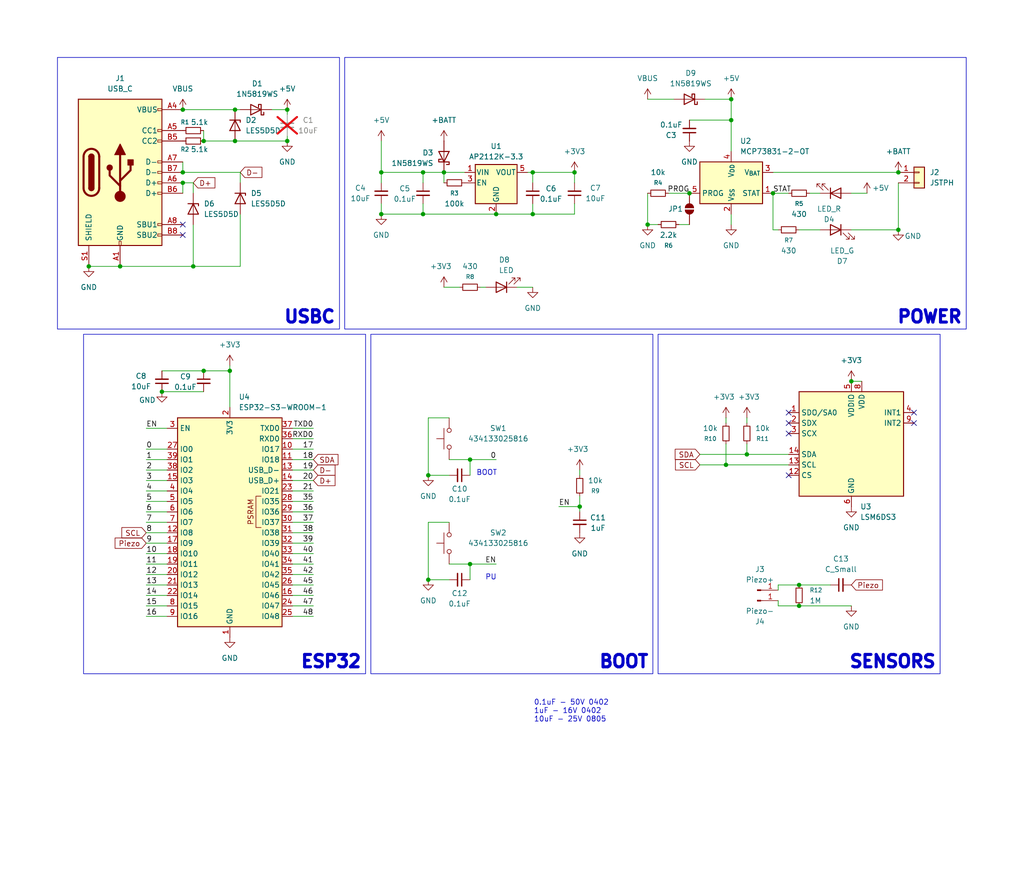
<source format=kicad_sch>
(kicad_sch (version 20250114) (generator "eeschema") (generator_version "9.0")
  (paper "User" 249 213)
  (title_block (title "JAB CHIP") (rev "1") (company "Aiden Cherniske"))
  (lib_symbols
    (symbol "Battery_Management:MCP73831-2-OT"
      (property "Reference" "U" (at -7.62 6.35 0))
      (property "Value" "MCP73831-2-OT" (at 1.27 6.35 0))
      (symbol "MCP73831-2-OT_0_1"
        (rectangle (start -7.62 5.08) (end 7.62 -5.08) (stroke (width 0.254)) (fill (type background)))
      )
      (symbol "MCP73831-2-OT_1_1"
        (pin input line (at -10.16 -2.54 0) (length 2.54) (name "PROG") (number "5"))
        (pin power_in line (at 0 7.62 270) (length 2.54) (name "V_{DD}") (number "4"))
        (pin power_in line (at 0 -7.62 90) (length 2.54) (name "V_{SS}") (number "2"))
        (pin power_out line (at 10.16 2.54 180) (length 2.54) (name "V_{BAT}") (number "3"))
        (pin tri_state line (at 10.16 -2.54 180) (length 2.54) (name "STAT") (number "1"))
      )
    )
    (symbol "Connector:Conn_01x01_Pin" (pin_names (offset 1.016) (hide yes))
      (property "Reference" "J" (at 0 2.54 0))
      (property "Value" "Conn_01x01_Pin" (at 0 -2.54 0))
      (symbol "Conn_01x01_Pin_1_1"
        (rectangle (start 0.8636 0.127) (end 0 -0.127) (stroke (width 0.1524)) (fill (type outline)))
        (polyline (pts (xy 1.27 0) (xy 0.8636 0)) (stroke (width 0.1524)))
        (pin passive line (at 5.08 0 180) (length 3.81) (name "Pin_1") (number "1"))
      )
    )
    (symbol "Connector:USB_C_Receptacle_USB2.0_16P" (pin_names (offset 1.016))
      (property "Reference" "J" (at 0 22.225 0))
      (property "Value" "USB_C_Receptacle_USB2.0_16P" (at 0 19.685 0))
      (symbol "USB_C_Receptacle_USB2.0_16P_0_0"
        (rectangle (start -0.254 -17.78) (end 0.254 -16.764))
        (rectangle (start 10.16 15.494) (end 9.144 14.986))
        (rectangle (start 10.16 10.414) (end 9.144 9.906))
        (rectangle (start 10.16 7.874) (end 9.144 7.366))
        (rectangle (start 10.16 2.794) (end 9.144 2.286))
        (rectangle (start 10.16 0.254) (end 9.144 -0.254))
        (rectangle (start 10.16 -2.286) (end 9.144 -2.794))
        (rectangle (start 10.16 -4.826) (end 9.144 -5.334))
        (rectangle (start 10.16 -12.446) (end 9.144 -12.954))
        (rectangle (start 10.16 -14.986) (end 9.144 -15.494))
      )
      (symbol "USB_C_Receptacle_USB2.0_16P_0_1"
        (rectangle (start -10.16 17.78) (end 10.16 -17.78) (stroke (width 0.254)) (fill (type background)))
        (polyline (pts (xy -8.89 -3.81) (xy -8.89 3.81)) (stroke (width 0.508)))
        (rectangle (start -7.62 -3.81) (end -6.35 3.81) (stroke (width 0.254)) (fill (type outline)))
        (arc (start -7.62 3.81) (mid -6.985 4.4423) (end -6.35 3.81) (stroke (width 0.254)))
        (arc (start -7.62 3.81) (mid -6.985 4.4423) (end -6.35 3.81) (stroke (width 0.254)) (fill (type outline)))
        (arc (start -8.89 3.81) (mid -6.985 5.7067) (end -5.08 3.81) (stroke (width 0.508)))
        (arc (start -5.08 -3.81) (mid -6.985 -5.7067) (end -8.89 -3.81) (stroke (width 0.508)))
        (arc (start -6.35 -3.81) (mid -6.985 -4.4423) (end -7.62 -3.81) (stroke (width 0.254)))
        (arc (start -6.35 -3.81) (mid -6.985 -4.4423) (end -7.62 -3.81) (stroke (width 0.254)) (fill (type outline)))
        (polyline (pts (xy -5.08 3.81) (xy -5.08 -3.81)) (stroke (width 0.508)))
        (circle (center -2.54 1.143) (radius 0.635) (stroke (width 0.254)) (fill (type outline)))
        (polyline (pts (xy -1.27 4.318) (xy 0 6.858) (xy 1.27 4.318) (xy -1.27 4.318)) (stroke (width 0.254)) (fill (type outline)))
        (polyline (pts (xy 0 -2.032) (xy 2.54 0.508) (xy 2.54 1.778)) (stroke (width 0.508)))
        (polyline (pts (xy 0 -3.302) (xy -2.54 -0.762) (xy -2.54 0.508)) (stroke (width 0.508)))
        (polyline (pts (xy 0 -5.842) (xy 0 4.318)) (stroke (width 0.508)))
        (circle (center 0 -5.842) (radius 1.27) (fill (type outline)))
        (rectangle (start 1.905 1.778) (end 3.175 3.048) (stroke (width 0.254)) (fill (type outline)))
      )
      (symbol "USB_C_Receptacle_USB2.0_16P_1_1"
        (pin passive line (at -7.62 -22.86 90) (length 5.08) (name "SHIELD") (number "S1"))
        (pin passive line (at 0 -22.86 90) (length 5.08) (name "GND") (number "A1"))
        (pin passive line (at 0 -22.86 90) (length 5.08) (hide yes) (name "GND") (number "A12"))
        (pin passive line (at 0 -22.86 90) (length 5.08) (hide yes) (name "GND") (number "B1"))
        (pin passive line (at 0 -22.86 90) (length 5.08) (hide yes) (name "GND") (number "B12"))
        (pin passive line (at 15.24 15.24 180) (length 5.08) (name "VBUS") (number "A4"))
        (pin passive line (at 15.24 15.24 180) (length 5.08) (hide yes) (name "VBUS") (number "A9"))
        (pin passive line (at 15.24 15.24 180) (length 5.08) (hide yes) (name "VBUS") (number "B4"))
        (pin passive line (at 15.24 15.24 180) (length 5.08) (hide yes) (name "VBUS") (number "B9"))
        (pin bidirectional line (at 15.24 10.16 180) (length 5.08) (name "CC1") (number "A5"))
        (pin bidirectional line (at 15.24 7.62 180) (length 5.08) (name "CC2") (number "B5"))
        (pin bidirectional line (at 15.24 2.54 180) (length 5.08) (name "D-") (number "A7"))
        (pin bidirectional line (at 15.24 0 180) (length 5.08) (name "D-") (number "B7"))
        (pin bidirectional line (at 15.24 -2.54 180) (length 5.08) (name "D+") (number "A6"))
        (pin bidirectional line (at 15.24 -5.08 180) (length 5.08) (name "D+") (number "B6"))
        (pin bidirectional line (at 15.24 -12.7 180) (length 5.08) (name "SBU1") (number "A8"))
        (pin bidirectional line (at 15.24 -15.24 180) (length 5.08) (name "SBU2") (number "B8"))
      )
    )
    (symbol "Connector_Generic:Conn_01x02" (pin_names (offset 1.016) (hide yes))
      (property "Reference" "J" (at 0 2.54 0))
      (property "Value" "Conn_01x02" (at 0 -5.08 0))
      (symbol "Conn_01x02_1_1"
        (rectangle (start -1.27 1.27) (end 1.27 -3.81) (stroke (width 0.254)) (fill (type background)))
        (rectangle (start -1.27 0.127) (end 0 -0.127) (stroke (width 0.1524)))
        (rectangle (start -1.27 -2.413) (end 0 -2.667) (stroke (width 0.1524)))
        (pin passive line (at -5.08 0 0) (length 3.81) (name "Pin_1") (number "1"))
        (pin passive line (at -5.08 -2.54 0) (length 3.81) (name "Pin_2") (number "2"))
      )
    )
    (symbol "Device:C_Small" (pin_numbers (hide yes)) (pin_names (offset 0.254) (hide yes))
      (property "Reference" "C" (at 0.254 1.778 0))
      (property "Value" "C_Small" (at 0.254 -2.032 0))
      (symbol "C_Small_0_1"
        (polyline (pts (xy -1.524 0.508) (xy 1.524 0.508)) (stroke (width 0.3048)))
        (polyline (pts (xy -1.524 -0.508) (xy 1.524 -0.508)) (stroke (width 0.3302)))
      )
      (symbol "C_Small_1_1"
        (pin passive line (at 0 2.54 270) (length 2.032) (name "~") (number "1"))
        (pin passive line (at 0 -2.54 90) (length 2.032) (name "~") (number "2"))
      )
    )
    (symbol "Device:LED" (pin_numbers (hide yes)) (pin_names (offset 1.016) (hide yes))
      (property "Reference" "D" (at 0 2.54 0))
      (property "Value" "LED" (at 0 -2.54 0))
      (symbol "LED_0_1"
        (polyline (pts (xy -3.048 -0.762) (xy -4.572 -2.286) (xy -3.81 -2.286) (xy -4.572 -2.286) (xy -4.572 -1.524)))
        (polyline (pts (xy -1.778 -0.762) (xy -3.302 -2.286) (xy -2.54 -2.286) (xy -3.302 -2.286) (xy -3.302 -1.524)))
        (polyline (pts (xy -1.27 0) (xy 1.27 0)))
        (polyline (pts (xy -1.27 -1.27) (xy -1.27 1.27)) (stroke (width 0.254)))
        (polyline (pts (xy 1.27 -1.27) (xy 1.27 1.27) (xy -1.27 0) (xy 1.27 -1.27)) (stroke (width 0.254)))
      )
      (symbol "LED_1_1"
        (pin passive line (at -3.81 0 0) (length 2.54) (name "K") (number "1"))
        (pin passive line (at 3.81 0 180) (length 2.54) (name "A") (number "2"))
      )
    )
    (symbol "Device:R_Small" (pin_numbers (hide yes)) (pin_names (offset 0.254) (hide yes))
      (property "Reference" "R" (at 0 0 90))
      (property "Value" "R_Small" (at 1.778 0 90))
      (symbol "R_Small_0_1"
        (rectangle (start -0.762 1.778) (end 0.762 -1.778) (stroke (width 0.2032)))
      )
      (symbol "R_Small_1_1"
        (pin passive line (at 0 2.54 270) (length 0.762) (name "~") (number "1"))
        (pin passive line (at 0 -2.54 90) (length 0.762) (name "~") (number "2"))
      )
    )
    (symbol "Diode:1N5819WS" (pin_numbers (hide yes)) (pin_names (offset 1.016) (hide yes))
      (property "Reference" "D" (at 0 2.54 0))
      (property "Value" "1N5819WS" (at 0 -2.54 0))
      (symbol "1N5819WS_0_1"
        (polyline (pts (xy -1.905 0.635) (xy -1.905 1.27) (xy -1.27 1.27) (xy -1.27 -1.27) (xy -0.635 -1.27) (xy -0.635 -0.635)) (stroke (width 0.254)))
        (polyline (pts (xy 1.27 1.27) (xy 1.27 -1.27) (xy -1.27 0) (xy 1.27 1.27)) (stroke (width 0.254)))
        (polyline (pts (xy 1.27 0) (xy -1.27 0)))
      )
      (symbol "1N5819WS_1_1"
        (pin passive line (at -3.81 0 0) (length 2.54) (name "K") (number "1"))
        (pin passive line (at 3.81 0 180) (length 2.54) (name "A") (number "2"))
      )
    )
    (symbol "Diode:ESD5Zxx" (pin_numbers (hide yes)) (pin_names (hide yes))
      (property "Reference" "D" (at 0 2.54 0))
      (property "Value" "ESD5Zxx" (at 0 -2.54 0))
      (symbol "ESD5Zxx_0_1"
        (polyline (pts (xy -1.27 -1.27) (xy -1.27 1.27) (xy -0.762 1.27)) (stroke (width 0.254)))
        (polyline (pts (xy 1.27 0) (xy -1.27 0)))
        (polyline (pts (xy 1.27 -1.27) (xy 1.27 1.27) (xy -1.27 0) (xy 1.27 -1.27)) (stroke (width 0.254)))
      )
      (symbol "ESD5Zxx_1_1"
        (pin passive line (at -3.81 0 0) (length 2.54) (name "K") (number "1"))
        (pin passive line (at 3.81 0 180) (length 2.54) (name "A") (number "2"))
      )
    )
    (symbol "Jumper:SolderJumper_2_Open" (pin_numbers (hide yes)) (pin_names (offset 0) (hide yes)) (in_bom no)
      (property "Reference" "JP" (at 0 2.032 0))
      (property "Value" "SolderJumper_2_Open" (at 0 -2.54 0))
      (symbol "SolderJumper_2_Open_0_1"
        (polyline (pts (xy -0.254 1.016) (xy -0.254 -1.016)))
        (arc (start -0.254 -1.016) (mid -1.2656 0) (end -0.254 1.016))
        (arc (start -0.254 -1.016) (mid -1.2656 0) (end -0.254 1.016) (fill (type outline)))
        (arc (start 0.254 1.016) (mid 1.2656 0) (end 0.254 -1.016))
        (arc (start 0.254 1.016) (mid 1.2656 0) (end 0.254 -1.016) (fill (type outline)))
        (polyline (pts (xy 0.254 1.016) (xy 0.254 -1.016)))
      )
      (symbol "SolderJumper_2_Open_1_1"
        (pin passive line (at -3.81 0 0) (length 2.54) (name "A") (number "1"))
        (pin passive line (at 3.81 0 180) (length 2.54) (name "B") (number "2"))
      )
    )
    (symbol "RF_Module:ESP32-S3-WROOM-1"
      (property "Reference" "U" (at -12.7 26.67 0))
      (property "Value" "ESP32-S3-WROOM-1" (at 12.7 26.67 0))
      (symbol "ESP32-S3-WROOM-1_0_0"
        (rectangle (start -12.7 25.4) (end 12.7 -25.4) (stroke (width 0.254)) (fill (type background)))
        (text "PSRAM" (at 5.08 2.54 900) (effects (font (size 1.27 1.27))))
      )
      (symbol "ESP32-S3-WROOM-1_0_1"
        (polyline (pts (xy 7.62 -1.27) (xy 6.35 -1.27) (xy 6.35 6.35) (xy 7.62 6.35)))
      )
      (symbol "ESP32-S3-WROOM-1_1_1"
        (pin input line (at -15.24 22.86 0) (length 2.54) (name "EN") (number "3"))
        (pin bidirectional line (at -15.24 17.78 0) (length 2.54) (name "IO0") (number "27"))
        (pin bidirectional line (at -15.24 15.24 0) (length 2.54) (name "IO1") (number "39"))
        (pin bidirectional line (at -15.24 12.7 0) (length 2.54) (name "IO2") (number "38"))
        (pin bidirectional line (at -15.24 10.16 0) (length 2.54) (name "IO3") (number "15"))
        (pin bidirectional line (at -15.24 7.62 0) (length 2.54) (name "IO4") (number "4"))
        (pin bidirectional line (at -15.24 5.08 0) (length 2.54) (name "IO5") (number "5"))
        (pin bidirectional line (at -15.24 2.54 0) (length 2.54) (name "IO6") (number "6"))
        (pin bidirectional line (at -15.24 0 0) (length 2.54) (name "IO7") (number "7"))
        (pin bidirectional line (at -15.24 -2.54 0) (length 2.54) (name "IO8") (number "12"))
        (pin bidirectional line (at -15.24 -5.08 0) (length 2.54) (name "IO9") (number "17"))
        (pin bidirectional line (at -15.24 -7.62 0) (length 2.54) (name "IO10") (number "18"))
        (pin bidirectional line (at -15.24 -10.16 0) (length 2.54) (name "IO11") (number "19"))
        (pin bidirectional line (at -15.24 -12.7 0) (length 2.54) (name "IO12") (number "20"))
        (pin bidirectional line (at -15.24 -15.24 0) (length 2.54) (name "IO13") (number "21"))
        (pin bidirectional line (at -15.24 -17.78 0) (length 2.54) (name "IO14") (number "22"))
        (pin bidirectional line (at -15.24 -20.32 0) (length 2.54) (name "IO15") (number "8"))
        (pin bidirectional line (at -15.24 -22.86 0) (length 2.54) (name "IO16") (number "9"))
        (pin power_in line (at 0 27.94 270) (length 2.54) (name "3V3") (number "2"))
        (pin power_in line (at 0 -27.94 90) (length 2.54) (name "GND") (number "1"))
        (pin passive line (at 0 -27.94 90) (length 2.54) (hide yes) (name "GND") (number "40"))
        (pin passive line (at 0 -27.94 90) (length 2.54) (hide yes) (name "GND") (number "41"))
        (pin bidirectional line (at 15.24 22.86 180) (length 2.54) (name "TXD0") (number "37"))
        (pin bidirectional line (at 15.24 20.32 180) (length 2.54) (name "RXD0") (number "36"))
        (pin bidirectional line (at 15.24 17.78 180) (length 2.54) (name "IO17") (number "10"))
        (pin bidirectional line (at 15.24 15.24 180) (length 2.54) (name "IO18") (number "11"))
        (pin bidirectional line (at 15.24 12.7 180) (length 2.54) (name "USB_D-") (number "13"))
        (pin bidirectional line (at 15.24 10.16 180) (length 2.54) (name "USB_D+") (number "14"))
        (pin bidirectional line (at 15.24 7.62 180) (length 2.54) (name "IO21") (number "23"))
        (pin bidirectional line (at 15.24 5.08 180) (length 2.54) (name "IO35") (number "28"))
        (pin bidirectional line (at 15.24 2.54 180) (length 2.54) (name "IO36") (number "29"))
        (pin bidirectional line (at 15.24 0 180) (length 2.54) (name "IO37") (number "30"))
        (pin bidirectional line (at 15.24 -2.54 180) (length 2.54) (name "IO38") (number "31"))
        (pin bidirectional line (at 15.24 -5.08 180) (length 2.54) (name "IO39") (number "32"))
        (pin bidirectional line (at 15.24 -7.62 180) (length 2.54) (name "IO40") (number "33"))
        (pin bidirectional line (at 15.24 -10.16 180) (length 2.54) (name "IO41") (number "34"))
        (pin bidirectional line (at 15.24 -12.7 180) (length 2.54) (name "IO42") (number "35"))
        (pin bidirectional line (at 15.24 -15.24 180) (length 2.54) (name "IO45") (number "26"))
        (pin bidirectional line (at 15.24 -17.78 180) (length 2.54) (name "IO46") (number "16"))
        (pin bidirectional line (at 15.24 -20.32 180) (length 2.54) (name "IO47") (number "24"))
        (pin bidirectional line (at 15.24 -22.86 180) (length 2.54) (name "IO48") (number "25"))
      )
    )
    (symbol "Regulator_Linear:AP2112K-3.3" (pin_names (offset 0.254))
      (property "Reference" "U" (at -5.08 5.715 0))
      (property "Value" "AP2112K-3.3" (at 0 5.715 0))
      (symbol "AP2112K-3.3_0_1"
        (rectangle (start -5.08 4.445) (end 5.08 -5.08) (stroke (width 0.254)) (fill (type background)))
      )
      (symbol "AP2112K-3.3_1_1"
        (pin power_in line (at -7.62 2.54 0) (length 2.54) (name "VIN") (number "1"))
        (pin input line (at -7.62 0 0) (length 2.54) (name "EN") (number "3"))
        (pin power_in line (at 0 -7.62 90) (length 2.54) (name "GND") (number "2"))
        (pin no_connect line (at 5.08 0 180) (length 2.54) (hide yes) (name "NC") (number "4"))
        (pin power_out line (at 7.62 2.54 180) (length 2.54) (name "VOUT") (number "5"))
      )
    )
    (symbol "Sensor_Motion:LSM6DS3"
      (property "Reference" "U" (at -11.43 15.24 0))
      (property "Value" "LSM6DS3" (at -11.43 12.7 0))
      (symbol "LSM6DS3_0_1"
        (rectangle (start -12.7 12.7) (end 12.7 -12.7) (stroke (width 0.254)) (fill (type background)))
      )
      (symbol "LSM6DS3_1_1"
        (pin bidirectional line (at -15.24 7.62 0) (length 2.54) (name "SDO/SA0") (number "1"))
        (pin bidirectional line (at -15.24 5.08 0) (length 2.54) (name "SDX") (number "2"))
        (pin input line (at -15.24 2.54 0) (length 2.54) (name "SCX") (number "3"))
        (pin bidirectional line (at -15.24 -2.54 0) (length 2.54) (name "SDA") (number "14"))
        (pin input line (at -15.24 -5.08 0) (length 2.54) (name "SCL") (number "13"))
        (pin input line (at -15.24 -7.62 0) (length 2.54) (name "CS") (number "12"))
        (pin power_in line (at 0 15.24 270) (length 2.54) (name "VDDIO") (number "5"))
        (pin power_in line (at 0 -15.24 90) (length 2.54) (name "GND") (number "6"))
        (pin passive line (at 0 -15.24 90) (length 2.54) (hide yes) (name "GND") (number "7"))
        (pin power_in line (at 2.54 15.24 270) (length 2.54) (name "VDD") (number "8"))
        (pin no_connect line (at 12.7 -2.54 180) (length 3.81) (hide yes) (name "NC") (number "11"))
        (pin no_connect line (at 12.7 -5.08 180) (length 3.81) (hide yes) (name "NC") (number "10"))
        (pin output line (at 15.24 7.62 180) (length 2.54) (name "INT1") (number "4"))
        (pin output line (at 15.24 5.08 180) (length 2.54) (name "INT2") (number "9"))
      )
    )
    (symbol "Switch:SW_Push" (pin_numbers (hide yes)) (pin_names (offset 1.016) (hide yes))
      (property "Reference" "SW" (at 1.27 2.54 0))
      (property "Value" "SW_Push" (at 0 -1.524 0))
      (symbol "SW_Push_0_1"
        (circle (center -2.032 0) (radius 0.508))
        (polyline (pts (xy 0 1.27) (xy 0 3.048)))
        (circle (center 2.032 0) (radius 0.508))
        (polyline (pts (xy 2.54 1.27) (xy -2.54 1.27)))
        (pin passive line (at -5.08 0 0) (length 2.54) (name "1") (number "1"))
        (pin passive line (at 5.08 0 180) (length 2.54) (name "2") (number "2"))
      )
    )
    (symbol "power:+3V3" (power) (pin_numbers (hide yes)) (pin_names (offset 0) (hide yes))
      (property "Value" "+3V3" (at 0 3.556 0))
      (symbol "+3V3_0_1"
        (polyline (pts (xy -0.762 1.27) (xy 0 2.54)))
        (polyline (pts (xy 0 2.54) (xy 0.762 1.27)))
        (polyline (pts (xy 0 0) (xy 0 2.54)))
      )
      (symbol "+3V3_1_1"
        (pin power_in line (at 0 0 90) (length 0) (name "~") (number "1"))
      )
    )
    (symbol "power:+5V" (power) (pin_numbers (hide yes)) (pin_names (offset 0) (hide yes))
      (property "Value" "+5V" (at 0 3.556 0))
      (symbol "+5V_0_1"
        (polyline (pts (xy -0.762 1.27) (xy 0 2.54)))
        (polyline (pts (xy 0 2.54) (xy 0.762 1.27)))
        (polyline (pts (xy 0 0) (xy 0 2.54)))
      )
      (symbol "+5V_1_1"
        (pin power_in line (at 0 0 90) (length 0) (name "~") (number "1"))
      )
    )
    (symbol "power:+BATT" (power) (pin_numbers (hide yes)) (pin_names (offset 0) (hide yes))
      (property "Value" "+BATT" (at 0 3.556 0))
      (symbol "+BATT_0_1"
        (polyline (pts (xy -0.762 1.27) (xy 0 2.54)))
        (polyline (pts (xy 0 2.54) (xy 0.762 1.27)))
        (polyline (pts (xy 0 0) (xy 0 2.54)))
      )
      (symbol "+BATT_1_1"
        (pin power_in line (at 0 0 90) (length 0) (name "~") (number "1"))
      )
    )
    (symbol "power:GND" (power) (pin_numbers (hide yes)) (pin_names (offset 0) (hide yes))
      (property "Value" "GND" (at 0 -3.81 0))
      (symbol "GND_0_1"
        (polyline (pts (xy 0 0) (xy 0 -1.27) (xy 1.27 -1.27) (xy 0 -2.54) (xy -1.27 -1.27) (xy 0 -1.27)))
      )
      (symbol "GND_1_1"
        (pin power_in line (at 0 0 270) (length 0) (name "~") (number "1"))
      )
    )
    (symbol "power:VBUS" (power) (pin_numbers (hide yes)) (pin_names (offset 0) (hide yes))
      (property "Value" "VBUS" (at 0 3.556 0))
      (symbol "VBUS_0_1"
        (polyline (pts (xy -0.762 1.27) (xy 0 2.54)))
        (polyline (pts (xy 0 2.54) (xy 0.762 1.27)))
        (polyline (pts (xy 0 0) (xy 0 2.54)))
      )
      (symbol "VBUS_1_1"
        (pin power_in line (at 0 0 90) (length 0) (name "~") (number "1"))
      )
    )
  )
  (rectangle (start 83.82 13.97) (end 234.95 80.01))
  (rectangle (start 90.17 81.28) (end 158.75 163.83))
  (rectangle (start 160.02 81.28) (end 228.6 163.83))
  (rectangle (start 20.32 81.28) (end 88.9 163.83))
  (rectangle (start 13.97 13.97) (end 82.55 80.01))
  (text "USBC" (at 81.788 77.216 0) (effects (font (size 3 3) (thickness 1) (bold yes)) (justify right)))
  (text "POWER" (at 234.188 77.216 0) (effects (font (size 3 3) (thickness 1) (bold yes)) (justify right)))
  (text "0.1uF - 50V 0402\n1uF - 16V 0402\n10uF - 25V 0805" (at 129.794 172.974 0) (effects (font (size 1.27 1.27)) (justify left)))
  (text "ESP32" (at 88.138 161.036 0) (effects (font (size 3 3) (thickness 1) (bold yes)) (justify right)))
  (text "BOOT" (at 157.988 161.036 0) (effects (font (size 3 3) (thickness 1) (bold yes)) (justify right)))
  (text "BOOT" (at 118.364 115.062 0) (effects (font (size 1.27 1.27))))
  (text "PU" (at 119.38 140.462 0) (effects (font (size 1.27 1.27))))
  (text "SENSORS\n" (at 227.838 161.036 0) (effects (font (size 3 3) (thickness 1) (bold yes)) (justify right)))
  (junction (at 139.7 41.91))
  (junction (at 44.45 41.91))
  (junction (at 140.97 123.19))
  (junction (at 181.61 110.49))
  (junction (at 92.71 41.91))
  (junction (at 187.96 46.99))
  (junction (at 120.65 52.07))
  (junction (at 21.59 64.77))
  (junction (at 129.54 52.07))
  (junction (at 207.01 92.71))
  (junction (at 69.85 34.29))
  (junction (at 69.85 26.67))
  (junction (at 44.45 26.67))
  (junction (at 107.95 41.91))
  (junction (at 114.3 137.16))
  (junction (at 57.15 34.29))
  (junction (at 104.14 140.97))
  (junction (at 29.21 64.77))
  (junction (at 55.88 90.17))
  (junction (at 39.37 95.25))
  (junction (at 92.71 52.07))
  (junction (at 194.31 147.32))
  (junction (at 49.53 34.29))
  (junction (at 218.44 41.91))
  (junction (at 129.54 41.91))
  (junction (at 46.99 64.77))
  (junction (at 167.64 46.99))
  (junction (at 177.8 24.13))
  (junction (at 102.87 52.07))
  (junction (at 102.87 41.91))
  (junction (at 49.53 90.17))
  (junction (at 177.8 29.21))
  (junction (at 218.44 55.88))
  (junction (at 57.15 26.67))
  (junction (at 176.53 113.03))
  (junction (at 157.48 54.61))
  (junction (at 194.31 142.24))
  (junction (at 44.45 44.45))
  (junction (at 104.14 115.57))
  (junction (at 114.3 111.76))
  (no_connect (at 191.77 100.33))
  (no_connect (at 44.45 57.15))
  (no_connect (at 222.25 102.87))
  (no_connect (at 191.77 115.57))
  (no_connect (at 191.77 102.87))
  (no_connect (at 44.45 54.61))
  (no_connect (at 191.77 105.41))
  (no_connect (at 222.25 100.33))
  (wire (pts (xy 140.97 120.65) (xy 140.97 123.19)))
  (wire (pts (xy 104.14 140.97) (xy 109.22 140.97)))
  (wire (pts (xy 187.96 55.88) (xy 189.23 55.88)))
  (wire (pts (xy 129.54 69.85) (xy 125.73 69.85)))
  (wire (pts (xy 49.53 90.17) (xy 55.88 90.17)))
  (wire (pts (xy 92.71 52.07) (xy 102.87 52.07)))
  (wire (pts (xy 102.87 41.91) (xy 102.87 44.45)))
  (wire (pts (xy 76.2 116.84) (xy 71.12 116.84)))
  (wire (pts (xy 129.54 49.53) (xy 129.54 52.07)))
  (wire (pts (xy 129.54 41.91) (xy 128.27 41.91)))
  (wire (pts (xy 66.04 26.67) (xy 69.85 26.67)))
  (wire (pts (xy 76.2 111.76) (xy 71.12 111.76)))
  (wire (pts (xy 116.84 69.85) (xy 118.11 69.85)))
  (wire (pts (xy 49.53 34.29) (xy 57.15 34.29)))
  (wire (pts (xy 157.48 54.61) (xy 160.02 54.61)))
  (wire (pts (xy 187.96 46.99) (xy 191.77 46.99)))
  (wire (pts (xy 92.71 41.91) (xy 92.71 44.45)))
  (wire (pts (xy 76.2 142.24) (xy 71.12 142.24)))
  (wire (pts (xy 35.56 104.14) (xy 40.64 104.14)))
  (wire (pts (xy 76.2 149.86) (xy 71.12 149.86)))
  (wire (pts (xy 35.56 139.7) (xy 40.64 139.7)))
  (wire (pts (xy 187.96 41.91) (xy 218.44 41.91)))
  (wire (pts (xy 102.87 41.91) (xy 107.95 41.91)))
  (wire (pts (xy 35.56 149.86) (xy 40.64 149.86)))
  (wire (pts (xy 35.56 134.62) (xy 40.64 134.62)))
  (wire (pts (xy 76.2 109.22) (xy 71.12 109.22)))
  (wire (pts (xy 92.71 49.53) (xy 92.71 52.07)))
  (wire (pts (xy 171.45 24.13) (xy 177.8 24.13)))
  (wire (pts (xy 55.88 90.17) (xy 55.88 99.06)))
  (wire (pts (xy 139.7 41.91) (xy 139.7 44.45)))
  (wire (pts (xy 44.45 39.37) (xy 44.45 41.91)))
  (wire (pts (xy 176.53 101.6) (xy 176.53 102.87)))
  (wire (pts (xy 181.61 101.6) (xy 181.61 102.87)))
  (wire (pts (xy 76.2 104.14) (xy 71.12 104.14)))
  (wire (pts (xy 76.2 124.46) (xy 71.12 124.46)))
  (wire (pts (xy 210.82 46.99) (xy 207.01 46.99)))
  (wire (pts (xy 55.88 88.9) (xy 55.88 90.17)))
  (wire (pts (xy 162.56 46.99) (xy 167.64 46.99)))
  (wire (pts (xy 129.54 41.91) (xy 129.54 44.45)))
  (wire (pts (xy 165.1 54.61) (xy 167.64 54.61)))
  (wire (pts (xy 189.23 142.24) (xy 189.23 143.51)))
  (wire (pts (xy 39.37 90.17) (xy 49.53 90.17)))
  (wire (pts (xy 109.22 127) (xy 104.14 127)))
  (wire (pts (xy 76.2 137.16) (xy 71.12 137.16)))
  (wire (pts (xy 177.8 29.21) (xy 177.8 36.83)))
  (wire (pts (xy 139.7 49.53) (xy 139.7 52.07)))
  (wire (pts (xy 189.23 142.24) (xy 194.31 142.24)))
  (wire (pts (xy 35.56 114.3) (xy 40.64 114.3)))
  (wire (pts (xy 46.99 64.77) (xy 46.99 54.61)))
  (wire (pts (xy 69.85 27.94) (xy 69.85 26.67)))
  (wire (pts (xy 170.18 110.49) (xy 181.61 110.49)))
  (wire (pts (xy 114.3 137.16) (xy 114.3 140.97)))
  (wire (pts (xy 189.23 147.32) (xy 189.23 146.05)))
  (wire (pts (xy 29.21 64.77) (xy 46.99 64.77)))
  (wire (pts (xy 44.45 26.67) (xy 57.15 26.67)))
  (wire (pts (xy 46.99 44.45) (xy 46.99 46.99)))
  (wire (pts (xy 170.18 113.03) (xy 176.53 113.03)))
  (wire (pts (xy 35.56 109.22) (xy 40.64 109.22)))
  (wire (pts (xy 35.56 137.16) (xy 40.64 137.16)))
  (wire (pts (xy 58.42 52.07) (xy 58.42 64.77)))
  (wire (pts (xy 189.23 147.32) (xy 194.31 147.32)))
  (wire (pts (xy 176.53 107.95) (xy 176.53 113.03)))
  (wire (pts (xy 207.01 147.32) (xy 194.31 147.32)))
  (wire (pts (xy 35.56 144.78) (xy 40.64 144.78)))
  (wire (pts (xy 76.2 114.3) (xy 71.12 114.3)))
  (wire (pts (xy 102.87 49.53) (xy 102.87 52.07)))
  (wire (pts (xy 129.54 41.91) (xy 139.7 41.91)))
  (wire (pts (xy 218.44 55.88) (xy 218.44 44.45)))
  (wire (pts (xy 102.87 52.07) (xy 120.65 52.07)))
  (wire (pts (xy 140.97 114.3) (xy 140.97 115.57)))
  (wire (pts (xy 35.56 129.54) (xy 40.64 129.54)))
  (wire (pts (xy 194.31 55.88) (xy 199.39 55.88)))
  (wire (pts (xy 181.61 110.49) (xy 191.77 110.49)))
  (wire (pts (xy 207.01 92.71) (xy 209.55 92.71)))
  (wire (pts (xy 76.2 132.08) (xy 71.12 132.08)))
  (wire (pts (xy 140.97 123.19) (xy 135.89 123.19)))
  (wire (pts (xy 107.95 41.91) (xy 107.95 44.45)))
  (wire (pts (xy 44.45 41.91) (xy 58.42 41.91)))
  (wire (pts (xy 177.8 54.61) (xy 177.8 52.07)))
  (wire (pts (xy 176.53 113.03) (xy 191.77 113.03)))
  (wire (pts (xy 57.15 26.67) (xy 58.42 26.67)))
  (wire (pts (xy 109.22 137.16) (xy 114.3 137.16)))
  (wire (pts (xy 157.48 24.13) (xy 163.83 24.13)))
  (wire (pts (xy 107.95 69.85) (xy 111.76 69.85)))
  (wire (pts (xy 35.56 124.46) (xy 40.64 124.46)))
  (wire (pts (xy 114.3 111.76) (xy 114.3 115.57)))
  (wire (pts (xy 76.2 127) (xy 71.12 127)))
  (wire (pts (xy 129.54 52.07) (xy 139.7 52.07)))
  (wire (pts (xy 35.56 111.76) (xy 40.64 111.76)))
  (wire (pts (xy 76.2 129.54) (xy 71.12 129.54)))
  (wire (pts (xy 109.22 101.6) (xy 104.14 101.6)))
  (wire (pts (xy 140.97 124.46) (xy 140.97 123.19)))
  (wire (pts (xy 104.14 101.6) (xy 104.14 115.57)))
  (wire (pts (xy 44.45 44.45) (xy 46.99 44.45)))
  (wire (pts (xy 44.45 44.45) (xy 44.45 46.99)))
  (wire (pts (xy 76.2 144.78) (xy 71.12 144.78)))
  (wire (pts (xy 157.48 46.99) (xy 157.48 54.61)))
  (wire (pts (xy 177.8 24.13) (xy 177.8 29.21)))
  (wire (pts (xy 69.85 33.02) (xy 69.85 34.29)))
  (wire (pts (xy 35.56 132.08) (xy 40.64 132.08)))
  (wire (pts (xy 35.56 116.84) (xy 40.64 116.84)))
  (wire (pts (xy 201.93 142.24) (xy 194.31 142.24)))
  (wire (pts (xy 104.14 115.57) (xy 109.22 115.57)))
  (wire (pts (xy 187.96 46.99) (xy 187.96 55.88)))
  (wire (pts (xy 76.2 134.62) (xy 71.12 134.62)))
  (wire (pts (xy 76.2 139.7) (xy 71.12 139.7)))
  (wire (pts (xy 207.01 55.88) (xy 218.44 55.88)))
  (wire (pts (xy 196.85 46.99) (xy 199.39 46.99)))
  (wire (pts (xy 167.64 29.21) (xy 177.8 29.21)))
  (wire (pts (xy 92.71 41.91) (xy 102.87 41.91)))
  (wire (pts (xy 21.59 64.77) (xy 29.21 64.77)))
  (wire (pts (xy 76.2 147.32) (xy 71.12 147.32)))
  (wire (pts (xy 35.56 119.38) (xy 40.64 119.38)))
  (wire (pts (xy 35.56 127) (xy 40.64 127)))
  (wire (pts (xy 120.65 52.07) (xy 129.54 52.07)))
  (wire (pts (xy 92.71 34.29) (xy 92.71 41.91)))
  (wire (pts (xy 49.53 31.75) (xy 49.53 34.29)))
  (wire (pts (xy 46.99 64.77) (xy 58.42 64.77)))
  (wire (pts (xy 76.2 121.92) (xy 71.12 121.92)))
  (wire (pts (xy 39.37 95.25) (xy 49.53 95.25)))
  (wire (pts (xy 76.2 106.68) (xy 71.12 106.68)))
  (wire (pts (xy 107.95 41.91) (xy 113.03 41.91)))
  (wire (pts (xy 181.61 107.95) (xy 181.61 110.49)))
  (wire (pts (xy 35.56 142.24) (xy 40.64 142.24)))
  (wire (pts (xy 114.3 137.16) (xy 120.65 137.16)))
  (wire (pts (xy 58.42 41.91) (xy 58.42 44.45)))
  (wire (pts (xy 35.56 147.32) (xy 40.64 147.32)))
  (wire (pts (xy 114.3 111.76) (xy 120.65 111.76)))
  (wire (pts (xy 76.2 119.38) (xy 71.12 119.38)))
  (wire (pts (xy 104.14 127) (xy 104.14 140.97)))
  (wire (pts (xy 109.22 111.76) (xy 114.3 111.76)))
  (wire (pts (xy 35.56 121.92) (xy 40.64 121.92)))
  (wire (pts (xy 57.15 34.29) (xy 69.85 34.29)))
  (label "20" (at 76.2 116.84 180))
  (label "9" (at 35.56 132.08 0))
  (label "17" (at 76.2 109.22 180))
  (label "4" (at 35.56 119.38 0))
  (label "41" (at 76.2 137.16 180))
  (label "6" (at 35.56 124.46 0))
  (label "EN" (at 35.56 104.14 0))
  (label "1" (at 35.56 111.76 0))
  (label "TXD0" (at 76.2 104.14 180))
  (label "2" (at 35.56 114.3 0))
  (label "48" (at 76.2 149.86 180))
  (label "12" (at 35.56 139.7 0))
  (label "39" (at 76.2 132.08 180))
  (label "8" (at 35.56 129.54 0))
  (label "45" (at 76.2 142.24 180))
  (label "42" (at 76.2 139.7 180))
  (label "36" (at 76.2 124.46 180))
  (label "46" (at 76.2 144.78 180))
  (label "47" (at 76.2 147.32 180))
  (label "0" (at 35.56 109.22 0))
  (label "15" (at 35.56 147.32 0))
  (label "0" (at 120.65 111.76 180))
  (label "RXD0" (at 76.2 106.68 180))
  (label "EN" (at 120.65 137.16 180))
  (label "13" (at 35.56 142.24 0))
  (label "37" (at 76.2 127 180))
  (label "STAT" (at 187.96 46.99 0))
  (label "3" (at 35.56 116.84 0))
  (label "EN" (at 135.89 123.19 0))
  (label "35" (at 76.2 121.92 180))
  (label "5" (at 35.56 121.92 0))
  (label "19" (at 76.2 114.3 180))
  (label "18" (at 76.2 111.76 180))
  (label "40" (at 76.2 134.62 180))
  (label "PROG" (at 167.64 46.99 180))
  (label "16" (at 35.56 149.86 0))
  (label "21" (at 76.2 119.38 180))
  (label "38" (at 76.2 129.54 180))
  (label "10" (at 35.56 134.62 0))
  (label "11" (at 35.56 137.16 0))
  (label "14" (at 35.56 144.78 0))
  (label "7" (at 35.56 127 0))
  (global_label "SDA" (shape input) (at 76.2 111.76 0) (property "Intersheetrefs" "${INTERSHEET_REFS}" (effects (hide yes))))
  (global_label "Piezo" (shape input) (at 35.56 132.08 180) (property "Intersheetrefs" "${INTERSHEET_REFS}" (effects (hide yes))))
  (global_label "SDA" (shape input) (at 170.18 110.49 180) (property "Intersheetrefs" "${INTERSHEET_REFS}" (effects (hide yes))))
  (global_label "D-" (shape input) (at 76.2 114.3 0) (property "Intersheetrefs" "${INTERSHEET_REFS}" (effects (hide yes))))
  (global_label "D-" (shape input) (at 58.42 41.91 0) (property "Intersheetrefs" "${INTERSHEET_REFS}" (effects (hide yes))))
  (global_label "D+" (shape input) (at 76.2 116.84 0) (property "Intersheetrefs" "${INTERSHEET_REFS}" (effects (hide yes))))
  (global_label "D+" (shape input) (at 46.99 44.45 0) (property "Intersheetrefs" "${INTERSHEET_REFS}" (effects (hide yes))))
  (global_label "Piezo" (shape input) (at 207.01 142.24 0) (property "Intersheetrefs" "${INTERSHEET_REFS}" (effects (hide yes))))
  (global_label "SCL" (shape input) (at 35.56 129.54 180) (property "Intersheetrefs" "${INTERSHEET_REFS}" (effects (hide yes))))
  (global_label "SCL" (shape input) (at 170.18 113.03 180) (property "Intersheetrefs" "${INTERSHEET_REFS}" (effects (hide yes))))
  (symbol (lib_id "power:+BATT") (at 218.44 41.91 0) (unit 1)
    (property "Reference" "#PWR09" (effects (hide yes)))
    (property "Value" "+BATT" (at 218.44 36.83 0))
    (property "Description" "Power symbol creates a global label with name \"+BATT\"" (effects (hide yes)))
  )
  (symbol (lib_id "power:+5V") (at 210.82 46.99 0) (unit 1)
    (property "Reference" "#PWR010" (effects (hide yes)))
    (property "Value" "+5V" (at 214.122 45.72 0))
    (property "Description" "Power symbol creates a global label with name \"+5V\"" (effects (hide yes)))
  )
  (symbol (lib_id "Battery_Management:MCP73831-2-OT") (at 177.8 44.45 0) (unit 1)
    (property "Reference" "U2" (at 179.9433 34.29 0) (effects (justify left)))
    (property "Value" "MCP73831-2-OT" (at 179.9433 36.83 0) (effects (justify left)))
    (property "Footprint" "Package_TO_SOT_SMD:SOT-23-5" (effects (hide yes)))
    (property "Datasheet" "http://ww1.microchip.com/downloads/en/DeviceDoc/20001984g.pdf" (effects (hide yes)))
    (property "Description" "Single cell, Li-Ion/Li-Po charge management controller, 4.20V, Tri-State Status Output, in SOT23-5 package" (effects (hide yes)))
  )
  (symbol (lib_id "Jumper:SolderJumper_2_Open") (at 167.64 50.8 270) (mirror x) (unit 1) (in_bom no)
    (property "Reference" "JP1" (at 166.116 50.8 90) (effects (justify right)))
    (property "Value" "SolderJumper_2_Open" (effects (hide yes)))
    (property "Footprint" "Jumper:SolderJumper-2_P1.3mm_Open_TrianglePad1.0x1.5mm" (effects (hide yes)))
    (property "Description" "Solder Jumper, 2-pole, open" (effects (hide yes)))
  )
  (symbol (lib_id "power:GND") (at 92.71 52.07 0) (unit 1)
    (property "Reference" "#PWR011" (effects (hide yes)))
    (property "Value" "GND" (at 92.71 57.15 0))
    (property "Description" "Power symbol creates a global label with name \"GND\" , ground" (effects (hide yes)))
  )
  (symbol (lib_id "Connector_Generic:Conn_01x02") (at 223.52 41.91 0) (unit 1)
    (property "Reference" "J2" (at 226.06 41.9099 0) (effects (justify left)))
    (property "Value" "JSTPH" (at 226.06 44.4499 0) (effects (justify left)))
    (property "Footprint" "Connector_JST:JST_PH_B2B-PH-SM4-TB_1x02-1MP_P2.00mm_Vertical" (effects (hide yes)))
    (property "Description" "Generic connector, single row, 01x02, script generated (kicad-library-utils/schlib/autogen/connector/)" (effects (hide yes)))
  )
  (symbol (lib_id "Device:C_Small") (at 129.54 46.99 0) (unit 1)
    (property "Reference" "C6" (at 133.985 45.847 0))
    (property "Value" "0.1uF" (at 133.985 48.387 0))
    (property "Footprint" "Capacitor_SMD:C_0402_1005Metric_Pad0.74x0.62mm_HandSolder" (effects (hide yes)))
    (property "Description" "Unpolarized capacitor, small symbol" (effects (hide yes)))
  )
  (symbol (lib_id "Device:C_Small") (at 39.37 92.71 180) (unit 1)
    (property "Reference" "C8" (at 34.2963 91.44 0))
    (property "Value" "10uF" (at 34.2963 93.98 0))
    (property "Footprint" "Capacitor_SMD:C_0402_1005Metric_Pad0.74x0.62mm_HandSolder" (effects (hide yes)))
    (property "Description" "Unpolarized capacitor, small symbol" (effects (hide yes)))
  )
  (symbol (lib_id "Diode:ESD5Zxx") (at 46.99 50.8 270) (unit 1)
    (property "Reference" "D6" (at 49.53 49.5299 90) (effects (justify left)))
    (property "Value" "LES5D5D" (at 49.53 52.0699 90) (effects (justify left)))
    (property "Footprint" "Diode_SMD:D_SOD-523" (effects (hide yes)))
    (property "Datasheet" "https://www.onsemi.com/pdf/datasheet/esd5z2.5t1-d.pdf" (effects (hide yes)))
    (property "Description" "ESD Protection Diode, SOD-523" (effects (hide yes)))
  )
  (symbol (lib_id "Connector:Conn_01x01_Pin") (at 184.15 146.05 0) (mirror x) (unit 1)
    (property "Reference" "J4" (at 184.785 151.13 0))
    (property "Value" "Piezo-" (at 184.785 148.59 0))
    (property "Footprint" "Connector_Wire:SolderWirePad_1x01_SMD_1x2mm" (effects (hide yes)))
    (property "Description" "Generic connector, single row, 01x01, script generated" (effects (hide yes)))
  )
  (symbol (lib_id "power:GND") (at 55.88 154.94 0) (unit 1)
    (property "Reference" "#PWR028" (effects (hide yes)))
    (property "Value" "GND" (at 55.88 160.02 0))
    (property "Description" "Power symbol creates a global label with name \"GND\" , ground" (effects (hide yes)))
  )
  (symbol (lib_id "power:GND") (at 177.8 54.61 0) (unit 1)
    (property "Reference" "#PWR013" (effects (hide yes)))
    (property "Value" "GND" (at 177.8 59.69 0))
    (property "Description" "Power symbol creates a global label with name \"GND\" , ground" (effects (hide yes)))
  )
  (symbol (lib_id "power:+3V3") (at 139.7 41.91 0) (unit 1)
    (property "Reference" "#PWR08" (effects (hide yes)))
    (property "Value" "+3V3" (at 139.7 36.83 0))
    (property "Description" "Power symbol creates a global label with name \"+3V3\"" (effects (hide yes)))
  )
  (symbol (lib_id "Device:R_Small") (at 191.77 55.88 90) (unit 1)
    (property "Reference" "R7" (at 191.77 58.42 90) (effects (font (size 1.016 1.016))))
    (property "Value" "430" (at 191.77 60.96 90))
    (property "Footprint" "Resistor_SMD:R_0402_1005Metric_Pad0.72x0.64mm_HandSolder" (effects (hide yes)))
    (property "Description" "Resistor, small symbol" (effects (hide yes)))
  )
  (symbol (lib_id "Regulator_Linear:AP2112K-3.3") (at 120.65 44.45 0) (unit 1)
    (property "Reference" "U1" (at 120.65 35.56 0))
    (property "Value" "AP2112K-3.3" (at 120.65 38.1 0))
    (property "Footprint" "Package_TO_SOT_SMD:SOT-23-5" (effects (hide yes)))
    (property "Datasheet" "https://www.diodes.com/assets/Datasheets/AP2112.pdf" (effects (hide yes)))
    (property "Description" "600mA low dropout linear regulator, with enable pin, 3.8V-6V input voltage range, 3.3V fixed positive output, SOT-23-5" (effects (hide yes)))
  )
  (symbol (lib_id "power:GND") (at 167.64 34.29 0) (unit 1)
    (property "Reference" "#PWR07" (effects (hide yes)))
    (property "Value" "GND" (at 167.64 39.37 0))
    (property "Description" "Power symbol creates a global label with name \"GND\" , ground" (effects (hide yes)))
  )
  (symbol (lib_id "Connector:Conn_01x01_Pin") (at 184.15 143.51 0) (unit 1)
    (property "Reference" "J3" (at 184.785 138.43 0))
    (property "Value" "Piezo+" (at 184.785 140.97 0))
    (property "Footprint" "Connector_Wire:SolderWirePad_1x01_SMD_1x2mm" (effects (hide yes)))
    (property "Description" "Generic connector, single row, 01x01, script generated" (effects (hide yes)))
  )
  (symbol (lib_id "Device:C_Small") (at 49.53 92.71 0) (mirror y) (unit 1)
    (property "Reference" "C9" (at 45.085 91.567 0))
    (property "Value" "0.1uF" (at 45.085 94.107 0))
    (property "Footprint" "Capacitor_SMD:C_0402_1005Metric_Pad0.74x0.62mm_HandSolder" (effects (hide yes)))
    (property "Description" "Unpolarized capacitor, small symbol" (effects (hide yes)))
  )
  (symbol (lib_id "power:+5V") (at 177.8 24.13 0) (unit 1)
    (property "Reference" "#PWR03" (effects (hide yes)))
    (property "Value" "+5V" (at 177.8 19.05 0))
    (property "Description" "Power symbol creates a global label with name \"+5V\"" (effects (hide yes)))
  )
  (symbol (lib_id "Device:LED") (at 203.2 55.88 0) (mirror y) (unit 1)
    (property "Reference" "D7" (at 204.7875 63.5 0))
    (property "Value" "LED_G" (at 204.7875 60.96 0))
    (property "Footprint" "LED_SMD:LED_0805_2012Metric_Pad1.15x1.40mm_HandSolder" (effects (hide yes)))
    (property "Description" "Light emitting diode" (effects (hide yes)))
    (property "Sim.Pins" "1=K 2=A" (effects (hide yes)))
  )
  (symbol (lib_id "Device:C_Small") (at 102.87 46.99 0) (mirror y) (unit 1)
    (property "Reference" "C5" (at 98.425 45.847 0))
    (property "Value" "0.1uF" (at 98.425 48.387 0))
    (property "Footprint" "Capacitor_SMD:C_0402_1005Metric_Pad0.74x0.62mm_HandSolder" (effects (hide yes)))
    (property "Description" "Unpolarized capacitor, small symbol" (effects (hide yes)))
  )
  (symbol (lib_id "Diode:1N5819WS") (at 107.95 38.1 270) (mirror x) (unit 1)
    (property "Reference" "D3" (at 105.41 37.1474 90) (effects (justify right)))
    (property "Value" "1N5819WS" (at 105.41 39.6874 90) (effects (justify right)))
    (property "Footprint" "Diode_SMD:D_SOD-323" (effects (hide yes)))
    (property "Datasheet" "https://datasheet.lcsc.com/lcsc/2204281430_Guangdong-Hottech-1N5819WS_C191023.pdf" (effects (hide yes)))
    (property "Description" "40V 600mV@1A 1A SOD-323 Schottky Barrier Diodes, SOD-323" (effects (hide yes)))
  )
  (symbol (lib_id "Diode:1N5819WS") (at 167.64 24.13 180) (unit 1)
    (property "Reference" "D9" (at 167.9575 17.78 0))
    (property "Value" "1N5819WS" (at 167.9575 20.32 0))
    (property "Footprint" "Diode_SMD:D_SOD-323" (effects (hide yes)))
    (property "Datasheet" "https://datasheet.lcsc.com/lcsc/2204281430_Guangdong-Hottech-1N5819WS_C191023.pdf" (effects (hide yes)))
    (property "Description" "40V 600mV@1A 1A SOD-323 Schottky Barrier Diodes, SOD-323" (effects (hide yes)))
  )
  (symbol (lib_id "power:+3V3") (at 107.95 69.85 0) (unit 1)
    (property "Reference" "#PWR016" (effects (hide yes)))
    (property "Value" "+3V3" (at 107.188 64.77 0))
    (property "Description" "Power symbol creates a global label with name \"+3V3\"" (effects (hide yes)))
  )
  (symbol (lib_id "power:GND") (at 218.44 55.88 0) (unit 1)
    (property "Reference" "#PWR014" (effects (hide yes)))
    (property "Value" "GND" (at 221.996 57.404 0))
    (property "Description" "Power symbol creates a global label with name \"GND\" , ground" (effects (hide yes)))
  )
  (symbol (lib_id "Device:R_Small") (at 46.99 34.29 90) (unit 1)
    (property "Reference" "R2" (at 44.958 36.322 90) (effects (font (size 1.016 1.016))))
    (property "Value" "5.1k" (at 48.514 36.322 90))
    (property "Footprint" "Resistor_SMD:R_0402_1005Metric_Pad0.72x0.64mm_HandSolder" (effects (hide yes)))
    (property "Description" "Resistor, small symbol" (effects (hide yes)))
  )
  (symbol (lib_id "power:+3V3") (at 55.88 88.9 0) (unit 1)
    (property "Reference" "#PWR018" (effects (hide yes)))
    (property "Value" "+3V3" (at 55.88 83.82 0))
    (property "Description" "Power symbol creates a global label with name \"+3V3\"" (effects (hide yes)))
  )
  (symbol (lib_id "power:+3V3") (at 207.01 92.71 0) (unit 1)
    (property "Reference" "#PWR020" (effects (hide yes)))
    (property "Value" "+3V3" (at 207.01 87.63 0))
    (property "Description" "Power symbol creates a global label with name \"+3V3\"" (effects (hide yes)))
  )
  (symbol (lib_id "power:+5V") (at 92.71 34.29 0) (unit 1)
    (property "Reference" "#PWR05" (effects (hide yes)))
    (property "Value" "+5V" (at 92.71 29.21 0))
    (property "Description" "Power symbol creates a global label with name \"+5V\"" (effects (hide yes)))
  )
  (symbol (lib_id "Device:LED") (at 121.92 69.85 180) (unit 1)
    (property "Reference" "D8" (at 121.285 63.1824 0) (effects (justify right)))
    (property "Value" "LED" (at 121.285 65.7224 0) (effects (justify right)))
    (property "Footprint" "LED_SMD:LED_0805_2012Metric_Pad1.15x1.40mm_HandSolder" (effects (hide yes)))
    (property "Description" "Light emitting diode" (effects (hide yes)))
    (property "Sim.Pins" "1=K 2=A" (effects (hide yes)))
  )
  (symbol (lib_id "Switch:SW_Push") (at 109.22 106.68 90) (mirror x) (unit 1)
    (property "Reference" "SW1" (at 121.158 104.14 90))
    (property "Value" "434133025816" (at 121.158 106.68 90))
    (property "Footprint" "Button_Switch_SMD:SW_Push_1P1T_NO_Vertical_Wuerth_434133025816" (effects (hide yes)))
    (property "Description" "Push button switch, generic, two pins" (effects (hide yes)))
  )
  (symbol (lib_id "power:VBUS") (at 157.48 24.13 0) (unit 1)
    (property "Reference" "#PWR030" (effects (hide yes)))
    (property "Value" "VBUS" (at 157.48 19.05 0))
    (property "Description" "Power symbol creates a global label with name \"VBUS\"" (effects (hide yes)))
  )
  (symbol (lib_id "Device:R_Small") (at 181.61 105.41 180) (unit 1)
    (property "Reference" "R11" (at 185.42 106.68 0) (effects (font (size 1.016 1.016))))
    (property "Value" "10k" (at 185.42 104.14 0))
    (property "Footprint" "Resistor_SMD:R_0402_1005Metric_Pad0.72x0.64mm_HandSolder" (effects (hide yes)))
    (property "Description" "Resistor, small symbol" (effects (hide yes)))
  )
  (symbol (lib_id "power:+3V3") (at 176.53 101.6 0) (unit 1)
    (property "Reference" "#PWR022" (effects (hide yes)))
    (property "Value" "+3V3" (at 176.022 96.52 0))
    (property "Description" "Power symbol creates a global label with name \"+3V3\"" (effects (hide yes)))
  )
  (symbol (lib_id "Device:C_Small") (at 69.85 30.48 0) (mirror x) (unit 1) (exclude_from_sim yes) (in_bom no) (on_board no) (dnp yes)
    (property "Reference" "C1" (at 74.9237 29.21 0))
    (property "Value" "10uF" (at 74.9237 31.75 0))
    (property "Footprint" "Capacitor_SMD:C_0805_2012Metric_Pad1.18x1.45mm_HandSolder" (effects (hide yes)))
    (property "Description" "Unpolarized capacitor, small symbol" (effects (hide yes)))
  )
  (symbol (lib_id "Device:C_Small") (at 167.64 31.75 180) (unit 1)
    (property "Reference" "C3" (at 163.195 32.893 0))
    (property "Value" "0.1uF" (at 163.195 30.353 0))
    (property "Footprint" "Capacitor_SMD:C_0402_1005Metric_Pad0.74x0.62mm_HandSolder" (effects (hide yes)))
    (property "Description" "Unpolarized capacitor, small symbol" (effects (hide yes)))
  )
  (symbol (lib_id "Switch:SW_Push") (at 109.22 132.08 90) (mirror x) (unit 1)
    (property "Reference" "SW2" (at 121.158 129.54 90))
    (property "Value" "434133025816" (at 121.158 132.08 90))
    (property "Footprint" "Button_Switch_SMD:SW_Push_1P1T_NO_Vertical_Wuerth_434133025816" (effects (hide yes)))
    (property "Description" "Push button switch, generic, two pins" (effects (hide yes)))
  )
  (symbol (lib_id "Device:R_Small") (at 46.99 31.75 90) (mirror x) (unit 1)
    (property "Reference" "R1" (at 44.958 29.718 90) (effects (font (size 1.016 1.016))))
    (property "Value" "5.1k" (at 48.514 29.718 90))
    (property "Footprint" "Resistor_SMD:R_0402_1005Metric_Pad0.72x0.64mm_HandSolder" (effects (hide yes)))
    (property "Description" "Resistor, small symbol" (effects (hide yes)))
  )
  (symbol (lib_id "Device:R_Small") (at 140.97 118.11 0) (mirror y) (unit 1)
    (property "Reference" "R9" (at 144.78 119.38 0) (effects (font (size 1.016 1.016))))
    (property "Value" "10k" (at 144.78 116.84 0))
    (property "Footprint" "Resistor_SMD:R_0402_1005Metric_Pad0.72x0.64mm_HandSolder" (effects (hide yes)))
    (property "Description" "Resistor, small symbol" (effects (hide yes)))
  )
  (symbol (lib_id "Device:C_Small") (at 111.76 140.97 270) (unit 1)
    (property "Reference" "C12" (at 111.76 144.272 90))
    (property "Value" "0.1uF" (at 111.76 146.812 90))
    (property "Footprint" "Capacitor_SMD:C_0402_1005Metric_Pad0.74x0.62mm_HandSolder" (effects (hide yes)))
    (property "Description" "Unpolarized capacitor, small symbol" (effects (hide yes)))
  )
  (symbol (lib_id "Device:R_Small") (at 114.3 69.85 90) (mirror x) (unit 1)
    (property "Reference" "R8" (at 114.3 67.31 90) (effects (font (size 1.016 1.016))))
    (property "Value" "430" (at 114.3 64.77 90))
    (property "Footprint" "Resistor_SMD:R_0402_1005Metric_Pad0.72x0.64mm_HandSolder" (effects (hide yes)))
    (property "Description" "Resistor, small symbol" (effects (hide yes)))
  )
  (symbol (lib_id "power:VBUS") (at 44.45 26.67 0) (unit 1)
    (property "Reference" "#PWR01" (effects (hide yes)))
    (property "Value" "VBUS" (at 44.45 21.59 0))
    (property "Description" "Power symbol creates a global label with name \"VBUS\"" (effects (hide yes)))
  )
  (symbol (lib_id "power:GND") (at 104.14 115.57 0) (unit 1)
    (property "Reference" "#PWR024" (effects (hide yes)))
    (property "Value" "GND" (at 104.14 120.65 0))
    (property "Description" "Power symbol creates a global label with name \"GND\" , ground" (effects (hide yes)))
  )
  (symbol (lib_id "Device:R_Small") (at 162.56 54.61 90) (unit 1)
    (property "Reference" "R6" (at 162.56 59.69 90) (effects (font (size 1.016 1.016))))
    (property "Value" "2.2k" (at 162.56 57.15 90))
    (property "Footprint" "Resistor_SMD:R_0402_1005Metric_Pad0.72x0.64mm_HandSolder" (effects (hide yes)))
    (property "Description" "Resistor, small symbol" (effects (hide yes)))
  )
  (symbol (lib_id "power:GND") (at 157.48 54.61 0) (unit 1)
    (property "Reference" "#PWR012" (effects (hide yes)))
    (property "Value" "GND" (at 157.48 59.69 0))
    (property "Description" "Power symbol creates a global label with name \"GND\" , ground" (effects (hide yes)))
  )
  (symbol (lib_id "power:+3V3") (at 140.97 114.3 0) (unit 1)
    (property "Reference" "#PWR021" (effects (hide yes)))
    (property "Value" "+3V3" (at 140.462 109.22 0))
    (property "Description" "Power symbol creates a global label with name \"+3V3\"" (effects (hide yes)))
  )
  (symbol (lib_id "Device:C_Small") (at 92.71 46.99 180) (unit 1)
    (property "Reference" "C4" (at 87.6363 45.72 0))
    (property "Value" "10uF" (at 87.6363 48.26 0))
    (property "Footprint" "Capacitor_SMD:C_0402_1005Metric_Pad0.74x0.62mm_HandSolder" (effects (hide yes)))
    (property "Description" "Unpolarized capacitor, small symbol" (effects (hide yes)))
  )
  (symbol (lib_id "power:GND") (at 207.01 147.32 0) (unit 1)
    (property "Reference" "#PWR029" (effects (hide yes)))
    (property "Value" "GND" (at 207.01 152.4 0))
    (property "Description" "Power symbol creates a global label with name \"GND\" , ground" (effects (hide yes)))
  )
  (symbol (lib_id "Device:R_Small") (at 110.49 44.45 90) (unit 1)
    (property "Reference" "R3" (at 110.49 46.99 90) (effects (font (size 1.016 1.016))))
    (property "Value" "100k" (at 110.49 49.53 90))
    (property "Footprint" "Resistor_SMD:R_0402_1005Metric_Pad0.72x0.64mm_HandSolder" (effects (hide yes)))
    (property "Description" "Resistor, small symbol" (effects (hide yes)))
  )
  (symbol (lib_id "power:GND") (at 140.97 129.54 0) (unit 1)
    (property "Reference" "#PWR025" (effects (hide yes)))
    (property "Value" "GND" (at 140.97 134.62 0))
    (property "Description" "Power symbol creates a global label with name \"GND\" , ground" (effects (hide yes)))
  )
  (symbol (lib_id "power:+3V3") (at 181.61 101.6 0) (unit 1)
    (property "Reference" "#PWR023" (effects (hide yes)))
    (property "Value" "+3V3" (at 182.118 96.52 0))
    (property "Description" "Power symbol creates a global label with name \"+3V3\"" (effects (hide yes)))
  )
  (symbol (lib_id "Diode:ESD5Zxx") (at 57.15 30.48 270) (unit 1)
    (property "Reference" "D2" (at 59.69 29.2099 90) (effects (justify left)))
    (property "Value" "LES5D5D" (at 59.69 31.7499 90) (effects (justify left)))
    (property "Footprint" "Diode_SMD:D_SOD-523" (effects (hide yes)))
    (property "Datasheet" "https://www.onsemi.com/pdf/datasheet/esd5z2.5t1-d.pdf" (effects (hide yes)))
    (property "Description" "ESD Protection Diode, SOD-523" (effects (hide yes)))
  )
  (symbol (lib_id "power:GND") (at 21.59 64.77 0) (unit 1)
    (property "Reference" "#PWR015" (effects (hide yes)))
    (property "Value" "GND" (at 21.59 69.85 0))
    (property "Description" "Power symbol creates a global label with name \"GND\" , ground" (effects (hide yes)))
  )
  (symbol (lib_id "power:+BATT") (at 107.95 34.29 0) (unit 1)
    (property "Reference" "#PWR06" (effects (hide yes)))
    (property "Value" "+BATT" (at 107.95 29.21 0))
    (property "Description" "Power symbol creates a global label with name \"+BATT\"" (effects (hide yes)))
  )
  (symbol (lib_id "Diode:1N5819WS") (at 62.23 26.67 180) (unit 1)
    (property "Reference" "D1" (at 62.5475 20.32 0))
    (property "Value" "1N5819WS" (at 62.5475 22.86 0))
    (property "Footprint" "Diode_SMD:D_SOD-323" (effects (hide yes)))
    (property "Datasheet" "https://datasheet.lcsc.com/lcsc/2204281430_Guangdong-Hottech-1N5819WS_C191023.pdf" (effects (hide yes)))
    (property "Description" "40V 600mV@1A 1A SOD-323 Schottky Barrier Diodes, SOD-323" (effects (hide yes)))
  )
  (symbol (lib_id "power:+5V") (at 69.85 26.67 0) (unit 1)
    (property "Reference" "#PWR02" (effects (hide yes)))
    (property "Value" "+5V" (at 69.85 21.59 0))
    (property "Description" "Power symbol creates a global label with name \"+5V\"" (effects (hide yes)))
  )
  (symbol (lib_id "power:GND") (at 129.54 69.85 0) (unit 1)
    (property "Reference" "#PWR017" (effects (hide yes)))
    (property "Value" "GND" (at 129.54 74.93 0))
    (property "Description" "Power symbol creates a global label with name \"GND\" , ground" (effects (hide yes)))
  )
  (symbol (lib_id "Device:R_Small") (at 160.02 46.99 90) (mirror x) (unit 1)
    (property "Reference" "R4" (at 160.02 44.45 90) (effects (font (size 1.016 1.016))))
    (property "Value" "10k" (at 160.02 41.91 90))
    (property "Footprint" "Resistor_SMD:R_0402_1005Metric_Pad0.72x0.64mm_HandSolder" (effects (hide yes)))
    (property "Description" "Resistor, small symbol" (effects (hide yes)))
  )
  (symbol (lib_id "power:GND") (at 104.14 140.97 0) (unit 1)
    (property "Reference" "#PWR027" (effects (hide yes)))
    (property "Value" "GND" (at 104.14 146.05 0))
    (property "Description" "Power symbol creates a global label with name \"GND\" , ground" (effects (hide yes)))
  )
  (symbol (lib_id "Device:LED") (at 203.2 46.99 0) (mirror x) (unit 1)
    (property "Reference" "D4" (at 201.6125 53.34 0))
    (property "Value" "LED_R" (at 201.6125 50.8 0))
    (property "Footprint" "LED_SMD:LED_0805_2012Metric_Pad1.15x1.40mm_HandSolder" (effects (hide yes)))
    (property "Description" "Light emitting diode" (effects (hide yes)))
    (property "Sim.Pins" "1=K 2=A" (effects (hide yes)))
  )
  (symbol (lib_id "Device:R_Small") (at 176.53 105.41 0) (mirror x) (unit 1)
    (property "Reference" "R10" (at 172.72 106.68 0) (effects (font (size 1.016 1.016))))
    (property "Value" "10k" (at 172.72 104.14 0))
    (property "Footprint" "Resistor_SMD:R_0402_1005Metric_Pad0.72x0.64mm_HandSolder" (effects (hide yes)))
    (property "Description" "Resistor, small symbol" (effects (hide yes)))
  )
  (symbol (lib_id "Connector:USB_C_Receptacle_USB2.0_16P") (at 29.21 41.91 0) (unit 1)
    (property "Reference" "J1" (at 29.21 19.05 0))
    (property "Value" "USB_C" (at 29.21 21.59 0))
    (property "Footprint" "Connector_USB:USB_C_Receptacle_GCT_USB4105-xx-A_16P_TopMnt_Horizontal" (effects (hide yes)))
    (property "Datasheet" "https://www.usb.org/sites/default/files/documents/usb_type-c.zip" (effects (hide yes)))
    (property "Description" "USB 2.0-only 16P Type-C Receptacle connector" (effects (hide yes)))
  )
  (symbol (lib_id "power:GND") (at 207.01 123.19 0) (unit 1)
    (property "Reference" "#PWR026" (effects (hide yes)))
    (property "Value" "GND" (at 207.01 128.27 0))
    (property "Description" "Power symbol creates a global label with name \"GND\" , ground" (effects (hide yes)))
  )
  (symbol (lib_id "Device:R_Small") (at 194.31 46.99 270) (mirror x) (unit 1)
    (property "Reference" "R5" (at 194.31 49.53 90) (effects (font (size 1.016 1.016))))
    (property "Value" "430" (at 194.31 52.07 90))
    (property "Footprint" "Resistor_SMD:R_0402_1005Metric_Pad0.72x0.64mm_HandSolder" (effects (hide yes)))
    (property "Description" "Resistor, small symbol" (effects (hide yes)))
  )
  (symbol (lib_id "power:GND") (at 39.37 95.25 0) (unit 1)
    (property "Reference" "#PWR019" (effects (hide yes)))
    (property "Value" "GND" (at 35.814 97.282 0))
    (property "Description" "Power symbol creates a global label with name \"GND\" , ground" (effects (hide yes)))
  )
  (symbol (lib_id "RF_Module:ESP32-S3-WROOM-1") (at 55.88 127 0) (unit 1)
    (property "Reference" "U4" (at 58.0233 96.52 0) (effects (justify left)))
    (property "Value" "ESP32-S3-WROOM-1" (at 58.0233 99.06 0) (effects (justify left)))
    (property "Footprint" "RF_Module:ESP32-S3-WROOM-1" (effects (hide yes)))
    (property "Datasheet" "https://www.espressif.com/sites/default/files/documentation/esp32-s3-wroom-1_wroom-1u_datasheet_en.pdf" (effects (hide yes)))
    (property "Description" "RF Module, ESP32-S3 SoC, Wi-Fi 802.11b/g/n, Bluetooth, BLE, 32-bit, 3.3V, onboard antenna, SMD" (effects (hide yes)))
  )
  (symbol (lib_id "power:GND") (at 69.85 34.29 0) (unit 1)
    (property "Reference" "#PWR04" (effects (hide yes)))
    (property "Value" "GND" (at 69.85 39.37 0))
    (property "Description" "Power symbol creates a global label with name \"GND\" , ground" (effects (hide yes)))
  )
  (symbol (lib_id "Device:C_Small") (at 204.47 142.24 90) (unit 1)
    (property "Reference" "C13" (at 204.4763 135.89 90))
    (property "Value" "C_Small" (at 204.4763 138.43 90))
    (property "Footprint" "Capacitor_SMD:C_0402_1005Metric_Pad0.74x0.62mm_HandSolder" (effects (hide yes)))
    (property "Description" "Unpolarized capacitor, small symbol" (effects (hide yes)))
  )
  (symbol (lib_id "Device:C_Small") (at 139.7 46.99 0) (mirror x) (unit 1)
    (property "Reference" "C7" (at 144.7737 45.72 0))
    (property "Value" "10uF" (at 144.7737 48.26 0))
    (property "Footprint" "Capacitor_SMD:C_0402_1005Metric_Pad0.74x0.62mm_HandSolder" (effects (hide yes)))
    (property "Description" "Unpolarized capacitor, small symbol" (effects (hide yes)))
  )
  (symbol (lib_id "Diode:ESD5Zxx") (at 58.42 48.26 270) (unit 1)
    (property "Reference" "D5" (at 60.96 46.9899 90) (effects (justify left)))
    (property "Value" "LES5D5D" (at 60.96 49.5299 90) (effects (justify left)))
    (property "Footprint" "Diode_SMD:D_SOD-523" (effects (hide yes)))
    (property "Datasheet" "https://www.onsemi.com/pdf/datasheet/esd5z2.5t1-d.pdf" (effects (hide yes)))
    (property "Description" "ESD Protection Diode, SOD-523" (effects (hide yes)))
  )
  (symbol (lib_id "Device:R_Small") (at 194.31 144.78 0) (unit 1)
    (property "Reference" "R12" (at 196.85 143.5099 0) (effects (font (size 1.016 1.016)) (justify left)))
    (property "Value" "1M" (at 196.85 146.0499 0) (effects (justify left)))
    (property "Footprint" "Resistor_SMD:R_0402_1005Metric_Pad0.72x0.64mm_HandSolder" (effects (hide yes)))
    (property "Description" "Resistor, small symbol" (effects (hide yes)))
  )
  (symbol (lib_id "Sensor_Motion:LSM6DS3") (at 207.01 107.95 0) (unit 1)
    (property "Reference" "U3" (at 209.1533 123.19 0) (effects (justify left)))
    (property "Value" "LSM6DS3" (at 209.1533 125.73 0) (effects (justify left)))
    (property "Footprint" "Package_LGA:LGA-14_3x2.5mm_P0.5mm_LayoutBorder3x4y" (effects (hide yes)))
    (property "Datasheet" "https://www.st.com/resource/en/datasheet/lsm6ds3tr-c.pdf" (effects (hide yes)))
    (property "Description" "I2C/SPI, iNEMO inertial module: always-on 3D accelerometer and 3D gyroscope" (effects (hide yes)))
  )
  (symbol (lib_id "Device:C_Small") (at 111.76 115.57 270) (unit 1)
    (property "Reference" "C10" (at 111.76 118.872 90))
    (property "Value" "0.1uF" (at 111.76 121.412 90))
    (property "Footprint" "Capacitor_SMD:C_0402_1005Metric_Pad0.74x0.62mm_HandSolder" (effects (hide yes)))
    (property "Description" "Unpolarized capacitor, small symbol" (effects (hide yes)))
  )
  (symbol (lib_id "Device:C_Small") (at 140.97 127 0) (unit 1)
    (property "Reference" "C11" (at 145.415 125.857 0))
    (property "Value" "1uF" (at 145.415 128.397 0))
    (property "Footprint" "Capacitor_SMD:C_0402_1005Metric_Pad0.74x0.62mm_HandSolder" (effects (hide yes)))
    (property "Description" "Unpolarized capacitor, small symbol" (effects (hide yes)))
  )
)
</source>
